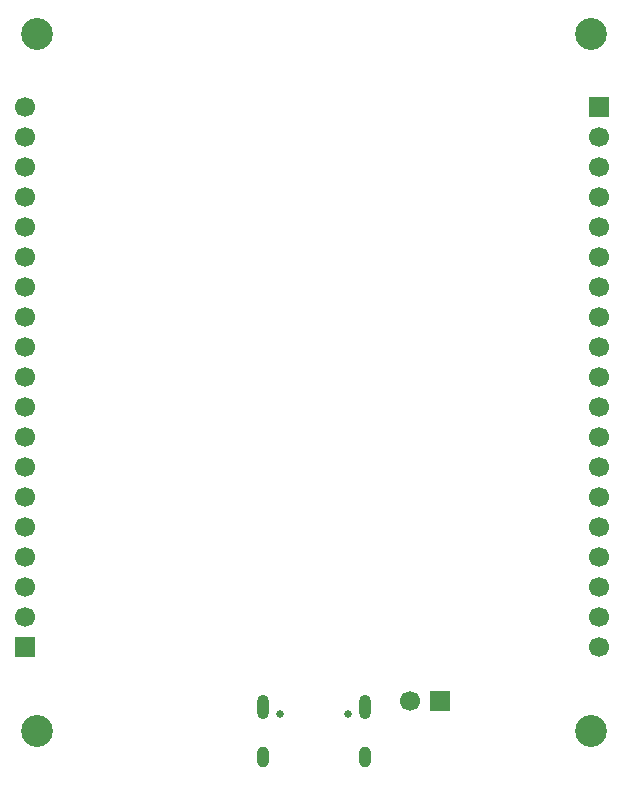
<source format=gbr>
%TF.GenerationSoftware,KiCad,Pcbnew,9.0.6*%
%TF.CreationDate,2025-11-30T17:52:57+02:00*%
%TF.ProjectId,laserboard,6c617365-7262-46f6-9172-642e6b696361,rev?*%
%TF.SameCoordinates,Original*%
%TF.FileFunction,Soldermask,Bot*%
%TF.FilePolarity,Negative*%
%FSLAX46Y46*%
G04 Gerber Fmt 4.6, Leading zero omitted, Abs format (unit mm)*
G04 Created by KiCad (PCBNEW 9.0.6) date 2025-11-30 17:52:57*
%MOMM*%
%LPD*%
G01*
G04 APERTURE LIST*
%ADD10R,1.700000X1.700000*%
%ADD11C,1.700000*%
%ADD12C,0.650000*%
%ADD13O,1.000000X2.100000*%
%ADD14O,1.000000X1.800000*%
%ADD15C,2.700000*%
G04 APERTURE END LIST*
D10*
%TO.C,J4*%
X101800000Y-154300000D03*
D11*
X101800000Y-151760000D03*
X101800000Y-149220000D03*
X101800000Y-146680000D03*
X101800000Y-144140000D03*
X101800000Y-141600000D03*
X101800000Y-139060000D03*
X101800000Y-136520000D03*
X101800000Y-133980000D03*
X101800000Y-131440000D03*
X101800000Y-128900000D03*
X101800000Y-126360000D03*
X101800000Y-123820000D03*
X101800000Y-121280000D03*
X101800000Y-118740000D03*
X101800000Y-116200000D03*
X101800000Y-113660000D03*
X101800000Y-111120000D03*
X101800000Y-108580000D03*
%TD*%
D12*
%TO.C,J2*%
X123390000Y-159975000D03*
X129170000Y-159975000D03*
D13*
X121960000Y-159370000D03*
D14*
X121960000Y-163550000D03*
D13*
X130600000Y-159370000D03*
D14*
X130600000Y-163550000D03*
%TD*%
D15*
%TO.C,H4*%
X102850000Y-102400000D03*
%TD*%
%TO.C,H2*%
X102850000Y-161400000D03*
%TD*%
D10*
%TO.C,J1*%
X136950000Y-158875000D03*
D11*
X134410000Y-158875000D03*
%TD*%
D15*
%TO.C,H3*%
X149710000Y-102400000D03*
%TD*%
%TO.C,H1*%
X149710000Y-161400000D03*
%TD*%
D10*
%TO.C,J3*%
X150370000Y-108510000D03*
D11*
X150370000Y-111050000D03*
X150370000Y-113590000D03*
X150370000Y-116130000D03*
X150370000Y-118670000D03*
X150370000Y-121210000D03*
X150370000Y-123750000D03*
X150370000Y-126290000D03*
X150370000Y-128830000D03*
X150370000Y-131370000D03*
X150370000Y-133910000D03*
X150370000Y-136450000D03*
X150370000Y-138990000D03*
X150370000Y-141530000D03*
X150370000Y-144070000D03*
X150370000Y-146610000D03*
X150370000Y-149150000D03*
X150370000Y-151690000D03*
X150370000Y-154230000D03*
%TD*%
M02*

</source>
